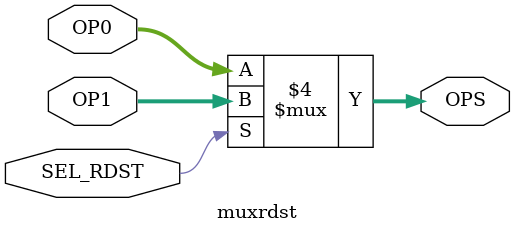
<source format=v>
module muxrdst(
    input SEL_RDST,
    input [4:0]OP0,
    input [4:0]OP1,
    output reg [4:0]OPS
);

always@*
	begin
		if(SEL_RDST==0)
			OPS=OP0;
		else
			OPS=OP1;
	end

endmodule
</source>
